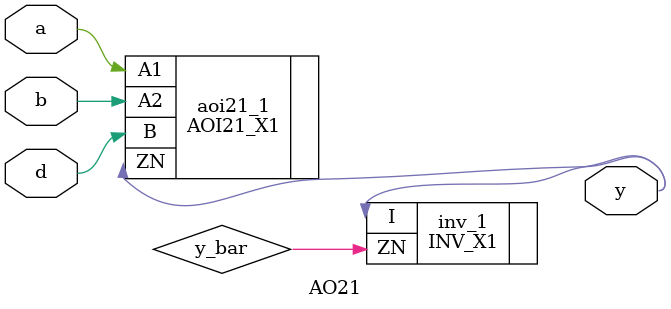
<source format=v>

/* verilator lint_off UNUSEDSIGNAL
module Hybrid_64_BK2_KL4_Fanout4_top (a,b,cin,sum,cout,clk,rst);
input [63:0]a;
input [63:0]b;
input cin;
output reg [63:0]sum;
output reg cout;
input clk;
input rst;
wire [63:0] sum_w;
wire cout_w;
reg cin_r;
Hybrid_64_BK2_KL4_Fanout4 u0 (a,b,cin_r,sum_w,cout_w);
always @(posedge clk ) begin
    if (rst) begin
        sum<=0;
        cout<=0;
    end
    else begin
        sum<=sum_w;
        cout<=cout_w; 
        cin_r <= cin;
    end
end
endmodule */

module pg_gen_bk_kl_64 (a,b,cin,p,g);
input [63:0]a;
input [63:0]b;
input cin;
output [64:0]p;
output [64:0]g;
assign g[0]=cin;
assign p[0]=0;
assign p[64:1]=a^b;
assign g[64:1]=a&b;
endmodule

module Hybrid_64_BK2_KL4_Fanout4 (a,b,cin,sum,cout);

input [64:1]a;
input [64:1]b;
input cin;
output [64:1]sum;
output cout;
wire [64:0]p;
wire [64:0]g;
pg_gen_bk_kl_64 pg_gen_bkkl (a,b,cin,p,g);
genvar i;

wire [63:0] gnpg_level1;
wire [63:0] pp_level1;
wire [63:0] gnpg_level2;
wire [63:0] pp_level2;
wire [63:0] gnpg_level3;
wire [63:0] pp_level3;
wire [63:0] gnpg_level4;
wire [63:0] pp_level4;
wire [63:0] gnpg_level5;
wire [63:0] pp_level5;
wire [63:0] gnpg_level6;
wire [63:0] pp_level6;
             generate
               for (i = 1;i<64 ;i=i+2 ) begin:gen_hybrid_block1
                // assign gnpg_level1[i]=g[i]|p[i]&g[i-1];  
                AO21 a4 (p[i],g[i-1],g[i],gnpg_level1[i]);
               //  assign pp_level1[i]=p[i]&p[i-1];
               AND2_X1 and4 (p[i],p[i-1],pp_level1[i]);     
               end
            endgenerate
             generate
                for (i = 0;i<64 ;i=i+2) begin
                 assign gnpg_level1[i]=g[i];  
                 assign pp_level1[i]=p[i];     
               end
            endgenerate
             generate
              for (i = 4-1 ;i<64;i=i+4) begin:gen_hybrid_block22
               //  assign gnpg_level2[i]=gnpg_level1[i]|pp_level1[i]&gnpg_level1[i-2];  
                AO21 a5 (pp_level1[i],gnpg_level1[i-2],gnpg_level1[i],gnpg_level2[i]);
               // assign pp_level2[i]=pp_level1[i]&pp_level1[i-2];    
               AND2_X1 and5 (pp_level1[i],pp_level1[i-2],pp_level2[i]);        
              end
            endgenerate generate
              for (i = 0;i<4-1 ;i=i+1) begin
                assign gnpg_level2[ 4*0+i]=gnpg_level1[ 4*0+i];
                assign pp_level2[ 4*0+i]=pp_level1[ 4*0+i];
               end
            endgenerate generate
              for (i = 0;i<4-1 ;i=i+1) begin
                assign gnpg_level2[ 4*1+i]=gnpg_level1[ 4*1+i];
                assign pp_level2[ 4*1+i]=pp_level1[ 4*1+i];
               end
            endgenerate generate
              for (i = 0;i<4-1 ;i=i+1) begin
                assign gnpg_level2[ 4*2+i]=gnpg_level1[ 4*2+i];
                assign pp_level2[ 4*2+i]=pp_level1[ 4*2+i];
               end
            endgenerate generate
              for (i = 0;i<4-1 ;i=i+1) begin
                assign gnpg_level2[ 4*3+i]=gnpg_level1[ 4*3+i];
                assign pp_level2[ 4*3+i]=pp_level1[ 4*3+i];
               end
            endgenerate generate
              for (i = 0;i<4-1 ;i=i+1) begin
                assign gnpg_level2[ 4*4+i]=gnpg_level1[ 4*4+i];
                assign pp_level2[ 4*4+i]=pp_level1[ 4*4+i];
               end
            endgenerate generate
              for (i = 0;i<4-1 ;i=i+1) begin
                assign gnpg_level2[ 4*5+i]=gnpg_level1[ 4*5+i];
                assign pp_level2[ 4*5+i]=pp_level1[ 4*5+i];
               end
            endgenerate generate
              for (i = 0;i<4-1 ;i=i+1) begin
                assign gnpg_level2[ 4*6+i]=gnpg_level1[ 4*6+i];
                assign pp_level2[ 4*6+i]=pp_level1[ 4*6+i];
               end
            endgenerate generate
              for (i = 0;i<4-1 ;i=i+1) begin
                assign gnpg_level2[ 4*7+i]=gnpg_level1[ 4*7+i];
                assign pp_level2[ 4*7+i]=pp_level1[ 4*7+i];
               end
            endgenerate generate
              for (i = 0;i<4-1 ;i=i+1) begin
                assign gnpg_level2[ 4*8+i]=gnpg_level1[ 4*8+i];
                assign pp_level2[ 4*8+i]=pp_level1[ 4*8+i];
               end
            endgenerate generate
              for (i = 0;i<4-1 ;i=i+1) begin
                assign gnpg_level2[ 4*9+i]=gnpg_level1[ 4*9+i];
                assign pp_level2[ 4*9+i]=pp_level1[ 4*9+i];
               end
            endgenerate generate
              for (i = 0;i<4-1 ;i=i+1) begin
                assign gnpg_level2[ 4*10+i]=gnpg_level1[ 4*10+i];
                assign pp_level2[ 4*10+i]=pp_level1[ 4*10+i];
               end
            endgenerate generate
              for (i = 0;i<4-1 ;i=i+1) begin
                assign gnpg_level2[ 4*11+i]=gnpg_level1[ 4*11+i];
                assign pp_level2[ 4*11+i]=pp_level1[ 4*11+i];
               end
            endgenerate generate
              for (i = 0;i<4-1 ;i=i+1) begin
                assign gnpg_level2[ 4*12+i]=gnpg_level1[ 4*12+i];
                assign pp_level2[ 4*12+i]=pp_level1[ 4*12+i];
               end
            endgenerate generate
              for (i = 0;i<4-1 ;i=i+1) begin
                assign gnpg_level2[ 4*13+i]=gnpg_level1[ 4*13+i];
                assign pp_level2[ 4*13+i]=pp_level1[ 4*13+i];
               end
            endgenerate generate
              for (i = 0;i<4-1 ;i=i+1) begin
                assign gnpg_level2[ 4*14+i]=gnpg_level1[ 4*14+i];
                assign pp_level2[ 4*14+i]=pp_level1[ 4*14+i];
               end
            endgenerate generate
              for (i = 0;i<4-1 ;i=i+1) begin
                assign gnpg_level2[ 4*15+i]=gnpg_level1[ 4*15+i];
                assign pp_level2[ 4*15+i]=pp_level1[ 4*15+i];
               end
            endgenerate 
          // pre process continue last 2
           generate
            for (i = 4;i<4*4 ;i=i+4) begin:gen_kl_block313
              //assign  gnpg_level3[3+i]=gnpg_level2[3+i]|pp_level2[3+i]&gnpg_level2[i+3-4]; 
              AO21 a6 (pp_level2[3+i],gnpg_level2[i+3-4],gnpg_level2[3+i],gnpg_level3[3+i]);
             // assign  pp_level3[3+i]=pp_level2[3+i]&pp_level2[i+3-4];
               AND2_X1 and6 (pp_level2[3+i],pp_level2[i+3-4],pp_level3[3+i]);
            end
           endgenerate
          
          // pre process continue last 2
           generate
            for (i = 4;i<4*4 ;i=i+4) begin:gen_kl_block3119
              //assign  gnpg_level3[19+i]=gnpg_level2[19+i]|pp_level2[19+i]&gnpg_level2[i+19-4]; 
              AO21 a6 (pp_level2[19+i],gnpg_level2[i+19-4],gnpg_level2[19+i],gnpg_level3[19+i]);
             // assign  pp_level3[19+i]=pp_level2[19+i]&pp_level2[i+19-4];
               AND2_X1 and6 (pp_level2[19+i],pp_level2[i+19-4],pp_level3[19+i]);
            end
           endgenerate
          
          // pre process continue last 2
           generate
            for (i = 4;i<4*4 ;i=i+4) begin:gen_kl_block3135
              //assign  gnpg_level3[35+i]=gnpg_level2[35+i]|pp_level2[35+i]&gnpg_level2[i+35-4]; 
              AO21 a6 (pp_level2[35+i],gnpg_level2[i+35-4],gnpg_level2[35+i],gnpg_level3[35+i]);
             // assign  pp_level3[35+i]=pp_level2[35+i]&pp_level2[i+35-4];
               AND2_X1 and6 (pp_level2[35+i],pp_level2[i+35-4],pp_level3[35+i]);
            end
           endgenerate
          
          // pre process continue last 2
           generate
            for (i = 4;i<4*4 ;i=i+4) begin:gen_kl_block3151
              //assign  gnpg_level3[51+i]=gnpg_level2[51+i]|pp_level2[51+i]&gnpg_level2[i+51-4]; 
              AO21 a6 (pp_level2[51+i],gnpg_level2[i+51-4],gnpg_level2[51+i],gnpg_level3[51+i]);
             // assign  pp_level3[51+i]=pp_level2[51+i]&pp_level2[i+51-4];
               AND2_X1 and6 (pp_level2[51+i],pp_level2[i+51-4],pp_level3[51+i]);
            end
           endgenerate
          
         // strange part
            generate
            for (i = 0;i<4 ;i=i+4 ) begin
              assign  gnpg_level3[19+i]=gnpg_level2[19+i]; 
              assign  pp_level3[19+i]=pp_level2[19+i];
            end 
            endgenerate
         // strange part
            generate
            for (i = 0;i<4 ;i=i+4 ) begin
              assign  gnpg_level3[35+i]=gnpg_level2[35+i]; 
              assign  pp_level3[35+i]=pp_level2[35+i];
            end 
            endgenerate
         // strange part
            generate
            for (i = 0;i<4 ;i=i+4 ) begin
              assign  gnpg_level3[51+i]=gnpg_level2[51+i]; 
              assign  pp_level3[51+i]=pp_level2[51+i];
            end 
            endgenerate
          // before start point
            generate
            for (i = 0;i<7 ;i=i+1 ) begin
              assign  gnpg_level3[i]=gnpg_level2[i]; 
              assign  pp_level3[i]=pp_level2[i];
            end 
            endgenerate  
          
          // space between point and next point
            generate
            for (i = 7+1;i<7+4;i=i+1 ) begin
              assign  gnpg_level3[i]=gnpg_level2[i]; 
              assign  pp_level3[i]=pp_level2[i];
            end 
            endgenerate  
          
          // space between point and next point
            generate
            for (i = 11+1;i<11+4;i=i+1 ) begin
              assign  gnpg_level3[i]=gnpg_level2[i]; 
              assign  pp_level3[i]=pp_level2[i];
            end 
            endgenerate  
          
          // space between point and next point
            generate
            for (i = 15+1;i<15+4;i=i+1 ) begin
              assign  gnpg_level3[i]=gnpg_level2[i]; 
              assign  pp_level3[i]=pp_level2[i];
            end 
            endgenerate  
          
          // space between point and next point
            generate
            for (i = 19+1;i<19+4;i=i+1 ) begin
              assign  gnpg_level3[i]=gnpg_level2[i]; 
              assign  pp_level3[i]=pp_level2[i];
            end 
            endgenerate  
          
          // space between point and next point
            generate
            for (i = 23+1;i<23+4;i=i+1 ) begin
              assign  gnpg_level3[i]=gnpg_level2[i]; 
              assign  pp_level3[i]=pp_level2[i];
            end 
            endgenerate  
          
          // space between point and next point
            generate
            for (i = 27+1;i<27+4;i=i+1 ) begin
              assign  gnpg_level3[i]=gnpg_level2[i]; 
              assign  pp_level3[i]=pp_level2[i];
            end 
            endgenerate  
          
          // space between point and next point
            generate
            for (i = 31+1;i<31+4;i=i+1 ) begin
              assign  gnpg_level3[i]=gnpg_level2[i]; 
              assign  pp_level3[i]=pp_level2[i];
            end 
            endgenerate  
          
          // space between point and next point
            generate
            for (i = 35+1;i<35+4;i=i+1 ) begin
              assign  gnpg_level3[i]=gnpg_level2[i]; 
              assign  pp_level3[i]=pp_level2[i];
            end 
            endgenerate  
          
          // space between point and next point
            generate
            for (i = 39+1;i<39+4;i=i+1 ) begin
              assign  gnpg_level3[i]=gnpg_level2[i]; 
              assign  pp_level3[i]=pp_level2[i];
            end 
            endgenerate  
          
          // space between point and next point
            generate
            for (i = 43+1;i<43+4;i=i+1 ) begin
              assign  gnpg_level3[i]=gnpg_level2[i]; 
              assign  pp_level3[i]=pp_level2[i];
            end 
            endgenerate  
          
          // space between point and next point
            generate
            for (i = 47+1;i<47+4;i=i+1 ) begin
              assign  gnpg_level3[i]=gnpg_level2[i]; 
              assign  pp_level3[i]=pp_level2[i];
            end 
            endgenerate  
          
          // space between point and next point
            generate
            for (i = 51+1;i<51+4;i=i+1 ) begin
              assign  gnpg_level3[i]=gnpg_level2[i]; 
              assign  pp_level3[i]=pp_level2[i];
            end 
            endgenerate  
          
          // space between point and next point
            generate
            for (i = 55+1;i<55+4;i=i+1 ) begin
              assign  gnpg_level3[i]=gnpg_level2[i]; 
              assign  pp_level3[i]=pp_level2[i];
            end 
            endgenerate  
          
          // space between point and next point
            generate
            for (i = 59+1;i<59+4;i=i+1 ) begin
              assign  gnpg_level3[i]=gnpg_level2[i]; 
              assign  pp_level3[i]=pp_level2[i];
            end 
            endgenerate  
          
          // pre process continue last 1
           generate
            for (i = 8;i<4*4 ;i=i+4) begin:gen_kl_block323
              //assign  gnpg_level4[3+i]=gnpg_level3[3+i]|pp_level3[3+i]&gnpg_level3[i+3-8]; 
              AO21 a6 (pp_level3[3+i],gnpg_level3[i+3-8],gnpg_level3[3+i],gnpg_level4[3+i]);
             // assign  pp_level4[3+i]=pp_level3[3+i]&pp_level3[i+3-8];
               AND2_X1 and6 (pp_level3[3+i],pp_level3[i+3-8],pp_level4[3+i]);
            end
           endgenerate
          
          // pre process continue last 1
           generate
            for (i = 8;i<4*4 ;i=i+4) begin:gen_kl_block3219
              //assign  gnpg_level4[19+i]=gnpg_level3[19+i]|pp_level3[19+i]&gnpg_level3[i+19-8]; 
              AO21 a6 (pp_level3[19+i],gnpg_level3[i+19-8],gnpg_level3[19+i],gnpg_level4[19+i]);
             // assign  pp_level4[19+i]=pp_level3[19+i]&pp_level3[i+19-8];
               AND2_X1 and6 (pp_level3[19+i],pp_level3[i+19-8],pp_level4[19+i]);
            end
           endgenerate
          
          // pre process continue last 1
           generate
            for (i = 8;i<4*4 ;i=i+4) begin:gen_kl_block3235
              //assign  gnpg_level4[35+i]=gnpg_level3[35+i]|pp_level3[35+i]&gnpg_level3[i+35-8]; 
              AO21 a6 (pp_level3[35+i],gnpg_level3[i+35-8],gnpg_level3[35+i],gnpg_level4[35+i]);
             // assign  pp_level4[35+i]=pp_level3[35+i]&pp_level3[i+35-8];
               AND2_X1 and6 (pp_level3[35+i],pp_level3[i+35-8],pp_level4[35+i]);
            end
           endgenerate
          
          // pre process continue last 1
           generate
            for (i = 8;i<4*4 ;i=i+4) begin:gen_kl_block3251
              //assign  gnpg_level4[51+i]=gnpg_level3[51+i]|pp_level3[51+i]&gnpg_level3[i+51-8]; 
              AO21 a6 (pp_level3[51+i],gnpg_level3[i+51-8],gnpg_level3[51+i],gnpg_level4[51+i]);
             // assign  pp_level4[51+i]=pp_level3[51+i]&pp_level3[i+51-8];
               AND2_X1 and6 (pp_level3[51+i],pp_level3[i+51-8],pp_level4[51+i]);
            end
           endgenerate
          
         // strange part
            generate
            for (i = 0;i<8 ;i=i+4 ) begin
              assign  gnpg_level4[19+i]=gnpg_level3[19+i]; 
              assign  pp_level4[19+i]=pp_level3[19+i];
            end 
            endgenerate
         // strange part
            generate
            for (i = 0;i<8 ;i=i+4 ) begin
              assign  gnpg_level4[35+i]=gnpg_level3[35+i]; 
              assign  pp_level4[35+i]=pp_level3[35+i];
            end 
            endgenerate
         // strange part
            generate
            for (i = 0;i<8 ;i=i+4 ) begin
              assign  gnpg_level4[51+i]=gnpg_level3[51+i]; 
              assign  pp_level4[51+i]=pp_level3[51+i];
            end 
            endgenerate
          // before start point
            generate
            for (i = 0;i<11 ;i=i+1 ) begin
              assign  gnpg_level4[i]=gnpg_level3[i]; 
              assign  pp_level4[i]=pp_level3[i];
            end 
            endgenerate  
          
          // space between point and next point
            generate
            for (i = 11+1;i<11+4;i=i+1 ) begin
              assign  gnpg_level4[i]=gnpg_level3[i]; 
              assign  pp_level4[i]=pp_level3[i];
            end 
            endgenerate  
          
          // space between point and next point
            generate
            for (i = 15+1;i<15+4;i=i+1 ) begin
              assign  gnpg_level4[i]=gnpg_level3[i]; 
              assign  pp_level4[i]=pp_level3[i];
            end 
            endgenerate  
          
          // space between point and next point
            generate
            for (i = 19+1;i<19+4;i=i+1 ) begin
              assign  gnpg_level4[i]=gnpg_level3[i]; 
              assign  pp_level4[i]=pp_level3[i];
            end 
            endgenerate  
          
          // space between point and next point
            generate
            for (i = 23+1;i<23+4;i=i+1 ) begin
              assign  gnpg_level4[i]=gnpg_level3[i]; 
              assign  pp_level4[i]=pp_level3[i];
            end 
            endgenerate  
          
          // space between point and next point
            generate
            for (i = 27+1;i<27+4;i=i+1 ) begin
              assign  gnpg_level4[i]=gnpg_level3[i]; 
              assign  pp_level4[i]=pp_level3[i];
            end 
            endgenerate  
          
          // space between point and next point
            generate
            for (i = 31+1;i<31+4;i=i+1 ) begin
              assign  gnpg_level4[i]=gnpg_level3[i]; 
              assign  pp_level4[i]=pp_level3[i];
            end 
            endgenerate  
          
          // space between point and next point
            generate
            for (i = 35+1;i<35+4;i=i+1 ) begin
              assign  gnpg_level4[i]=gnpg_level3[i]; 
              assign  pp_level4[i]=pp_level3[i];
            end 
            endgenerate  
          
          // space between point and next point
            generate
            for (i = 39+1;i<39+4;i=i+1 ) begin
              assign  gnpg_level4[i]=gnpg_level3[i]; 
              assign  pp_level4[i]=pp_level3[i];
            end 
            endgenerate  
          
          // space between point and next point
            generate
            for (i = 43+1;i<43+4;i=i+1 ) begin
              assign  gnpg_level4[i]=gnpg_level3[i]; 
              assign  pp_level4[i]=pp_level3[i];
            end 
            endgenerate  
          
          // space between point and next point
            generate
            for (i = 47+1;i<47+4;i=i+1 ) begin
              assign  gnpg_level4[i]=gnpg_level3[i]; 
              assign  pp_level4[i]=pp_level3[i];
            end 
            endgenerate  
          
          // space between point and next point
            generate
            for (i = 51+1;i<51+4;i=i+1 ) begin
              assign  gnpg_level4[i]=gnpg_level3[i]; 
              assign  pp_level4[i]=pp_level3[i];
            end 
            endgenerate  
          
          // space between point and next point
            generate
            for (i = 55+1;i<55+4;i=i+1 ) begin
              assign  gnpg_level4[i]=gnpg_level3[i]; 
              assign  pp_level4[i]=pp_level3[i];
            end 
            endgenerate  
          
          // space between point and next point
            generate
            for (i = 59+1;i<59+4;i=i+1 ) begin
              assign  gnpg_level4[i]=gnpg_level3[i]; 
              assign  pp_level4[i]=pp_level3[i];
            end 
            endgenerate  
          
          // old pass
         generate
          for (i = 0;i<19 ;i=i+1) begin
              assign  gnpg_level5[i]=gnpg_level4[i]; 
              assign  pp_level5[i]=pp_level4[i];
          end 
         endgenerate
         // Multiple fanout stage
         generate
           for (i = 19;i<4*4+19 ;i=i+4) begin:gen_mul_kl_block2319
              // assign  gnpg_level5[i]=gnpg_level4[i]|pp_level4[i]&gnpg_level4[19+4*4-4-4*4];
              AO21 a7 (pp_level4[i],gnpg_level4[19+4*4-4-4*4],gnpg_level4[i],gnpg_level5[i]);
              // assign  pp_level5[i]=pp_level4[i]&pp_level4[19+4*4-4-4*4];
               AND2_X1 and7 (pp_level4[i],pp_level4[19+4*4-4-4*4],pp_level5[i]);
           end 
         endgenerate
         
         // Multiple fanout stage
         generate
           for (i = 35;i<4*4+35 ;i=i+4) begin:gen_mul_kl_block2335
              // assign  gnpg_level5[i]=gnpg_level4[i]|pp_level4[i]&gnpg_level4[35+4*4-4-4*4];
              AO21 a7 (pp_level4[i],gnpg_level4[35+4*4-4-4*4],gnpg_level4[i],gnpg_level5[i]);
              // assign  pp_level5[i]=pp_level4[i]&pp_level4[35+4*4-4-4*4];
               AND2_X1 and7 (pp_level4[i],pp_level4[35+4*4-4-4*4],pp_level5[i]);
           end 
         endgenerate
         
         // Multiple fanout stage
         generate
           for (i = 51;i<4*4+51 ;i=i+4) begin:gen_mul_kl_block2351
              // assign  gnpg_level5[i]=gnpg_level4[i]|pp_level4[i]&gnpg_level4[51+4*4-4-4*4];
              AO21 a7 (pp_level4[i],gnpg_level4[51+4*4-4-4*4],gnpg_level4[i],gnpg_level5[i]);
              // assign  pp_level5[i]=pp_level4[i]&pp_level4[51+4*4-4-4*4];
               AND2_X1 and7 (pp_level4[i],pp_level4[51+4*4-4-4*4],pp_level5[i]);
           end 
         endgenerate
         
            generate
            for (i = 19+1;i<19+4;i=i+1 ) begin
              assign  gnpg_level5[i]=gnpg_level4[i]; 
              assign  pp_level5[i]=pp_level4[i];
            end 
            endgenerate  
          
            generate
            for (i = 23+1;i<23+4;i=i+1 ) begin
              assign  gnpg_level5[i]=gnpg_level4[i]; 
              assign  pp_level5[i]=pp_level4[i];
            end 
            endgenerate  
          
            generate
            for (i = 27+1;i<27+4;i=i+1 ) begin
              assign  gnpg_level5[i]=gnpg_level4[i]; 
              assign  pp_level5[i]=pp_level4[i];
            end 
            endgenerate  
          
            generate
            for (i = 31+1;i<31+4;i=i+1 ) begin
              assign  gnpg_level5[i]=gnpg_level4[i]; 
              assign  pp_level5[i]=pp_level4[i];
            end 
            endgenerate  
          
            generate
            for (i = 35+1;i<35+4;i=i+1 ) begin
              assign  gnpg_level5[i]=gnpg_level4[i]; 
              assign  pp_level5[i]=pp_level4[i];
            end 
            endgenerate  
          
            generate
            for (i = 39+1;i<39+4;i=i+1 ) begin
              assign  gnpg_level5[i]=gnpg_level4[i]; 
              assign  pp_level5[i]=pp_level4[i];
            end 
            endgenerate  
          
            generate
            for (i = 43+1;i<43+4;i=i+1 ) begin
              assign  gnpg_level5[i]=gnpg_level4[i]; 
              assign  pp_level5[i]=pp_level4[i];
            end 
            endgenerate  
          
            generate
            for (i = 47+1;i<47+4;i=i+1 ) begin
              assign  gnpg_level5[i]=gnpg_level4[i]; 
              assign  pp_level5[i]=pp_level4[i];
            end 
            endgenerate  
          
            generate
            for (i = 51+1;i<51+4;i=i+1 ) begin
              assign  gnpg_level5[i]=gnpg_level4[i]; 
              assign  pp_level5[i]=pp_level4[i];
            end 
            endgenerate  
          
            generate
            for (i = 55+1;i<55+4;i=i+1 ) begin
              assign  gnpg_level5[i]=gnpg_level4[i]; 
              assign  pp_level5[i]=pp_level4[i];
            end 
            endgenerate  
          
            generate
            for (i = 59+1;i<59+4;i=i+1 ) begin
              assign  gnpg_level5[i]=gnpg_level4[i]; 
              assign  pp_level5[i]=pp_level4[i];
            end 
            endgenerate  
          
          // old pass
         generate
          for (i = 0;i<35 ;i=i+1) begin
              assign  gnpg_level6[i]=gnpg_level5[i]; 
              assign  pp_level6[i]=pp_level5[i];
          end 
         endgenerate
         // Multiple fanout stage
         generate
           for (i = 35;i<4*4+35 ;i=i+4) begin:gen_mul_kl_block2435
              // assign  gnpg_level6[i]=gnpg_level5[i]|pp_level5[i]&gnpg_level5[35+4*4-4-4*8];
              AO21 a7 (pp_level5[i],gnpg_level5[35+4*4-4-4*8],gnpg_level5[i],gnpg_level6[i]);
              // assign  pp_level6[i]=pp_level5[i]&pp_level5[35+4*4-4-4*8];
               AND2_X1 and7 (pp_level5[i],pp_level5[35+4*4-4-4*8],pp_level6[i]);
           end 
         endgenerate
         
         // Multiple fanout stage
         generate
           for (i = 51;i<4*4+51 ;i=i+4) begin:gen_mul_kl_block2451
              // assign  gnpg_level6[i]=gnpg_level5[i]|pp_level5[i]&gnpg_level5[51+4*4-4-4*8];
              AO21 a7 (pp_level5[i],gnpg_level5[51+4*4-4-4*8],gnpg_level5[i],gnpg_level6[i]);
              // assign  pp_level6[i]=pp_level5[i]&pp_level5[51+4*4-4-4*8];
               AND2_X1 and7 (pp_level5[i],pp_level5[51+4*4-4-4*8],pp_level6[i]);
           end 
         endgenerate
         
            generate
            for (i = 35+1;i<35+4;i=i+1 ) begin
              assign  gnpg_level6[i]=gnpg_level5[i]; 
              assign  pp_level6[i]=pp_level5[i];
            end 
            endgenerate  
          
            generate
            for (i = 39+1;i<39+4;i=i+1 ) begin
              assign  gnpg_level6[i]=gnpg_level5[i]; 
              assign  pp_level6[i]=pp_level5[i];
            end 
            endgenerate  
          
            generate
            for (i = 43+1;i<43+4;i=i+1 ) begin
              assign  gnpg_level6[i]=gnpg_level5[i]; 
              assign  pp_level6[i]=pp_level5[i];
            end 
            endgenerate  
          
            generate
            for (i = 47+1;i<47+4;i=i+1 ) begin
              assign  gnpg_level6[i]=gnpg_level5[i]; 
              assign  pp_level6[i]=pp_level5[i];
            end 
            endgenerate  
          
            generate
            for (i = 51+1;i<51+4;i=i+1 ) begin
              assign  gnpg_level6[i]=gnpg_level5[i]; 
              assign  pp_level6[i]=pp_level5[i];
            end 
            endgenerate  
          
            generate
            for (i = 55+1;i<55+4;i=i+1 ) begin
              assign  gnpg_level6[i]=gnpg_level5[i]; 
              assign  pp_level6[i]=pp_level5[i];
            end 
            endgenerate  
          
            generate
            for (i = 59+1;i<59+4;i=i+1 ) begin
              assign  gnpg_level6[i]=gnpg_level5[i]; 
              assign  pp_level6[i]=pp_level5[i];
            end 
            endgenerate  
          
    wire [63:0] gnpg_level8;  
    
    wire [30-1:0] gnpg_level7;   
    wire [30-1:0] pp_level7; 
    
assign sum[64:1]=p[64:1]^gnpg_level8[64-1:0];
assign cout =g[64]|p[64]&gnpg_level8[64-1];
assign gnpg_level8[0]=gnpg_level6[0];
assign gnpg_level8[1]=gnpg_level6[1];
// assign gnpg_level8[2]=gnpg_level6[2]|pp_level6[2]&gnpg_level6[1];
AO21 a9 (pp_level6[2],gnpg_level6[1],gnpg_level6[2],gnpg_level8[2]);
assign gnpg_level8[63]=gnpg_level6[63];
generate 
   for (i = 1;i<(64-2)/2 ;i=i+1 ) begin
      assign gnpg_level8[2*i+1]=gnpg_level7[i-1];
   end
endgenerate
generate 
   for (i = 2;i<64/2 ;i=i+1 ) begin:gen_post_2
      //assign gnpg_level8[2*i]=gnpg_level6[2*i]|pp_level6[2*i]&gnpg_level7[i-2];
      AO21 a10 (pp_level6[2*i],gnpg_level7[i-2],gnpg_level6[2*i],gnpg_level8[2*i]);
   end
endgenerate

//1111
assign gnpg_level7[0]=gnpg_level6[3];
// assign gnpg_level7[1]=gnpg_level6[2+3]|pp_level6[2+3]&gnpg_level6[2+3-2];
AO21 a13_1 (pp_level6[2+3],gnpg_level6[2+3-2],gnpg_level6[2+3],gnpg_level7[1]);
generate 
//1111
   for (i = 3;i<30;i=i+2 ) begin:gen_post_41
     // assign gnpg_level7[i]=gnpg_level6[2*i+3]|pp_level6[2*i+3]&gnpg_level6[2*i+3-2];
     AO21 a141 (pp_level6[2*i+3],gnpg_level6[2*i+3-2],gnpg_level6[2*i+3],gnpg_level7[i]);
   end
endgenerate
generate 
//1111
   for (i = 2;i<30 ;i=i+2 ) begin
      assign gnpg_level7[i]=gnpg_level6[2*i+3];
   end
endgenerate

endmodule
module AO21 ( a, b, d, y );
  input a, b, d;
  output y;
  wire   y_bar;

  AOI21_X1 aoi21_1 ( .A1(a), .A2(b), .B(d), .ZN(y) );
  INV_X1 inv_1 ( .I(y), .ZN(y_bar) );
endmodule

</source>
